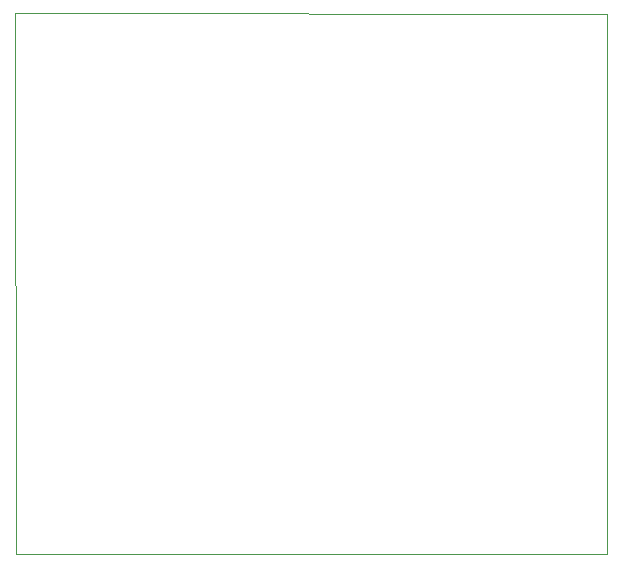
<source format=gm1>
G04 #@! TF.GenerationSoftware,KiCad,Pcbnew,5.1.5*
G04 #@! TF.CreationDate,2020-04-03T22:22:15-06:00*
G04 #@! TF.ProjectId,AD8232,41443832-3332-42e6-9b69-6361645f7063,rev?*
G04 #@! TF.SameCoordinates,Original*
G04 #@! TF.FileFunction,Profile,NP*
%FSLAX46Y46*%
G04 Gerber Fmt 4.6, Leading zero omitted, Abs format (unit mm)*
G04 Created by KiCad (PCBNEW 5.1.5) date 2020-04-03 22:22:15*
%MOMM*%
%LPD*%
G04 APERTURE LIST*
%ADD10C,0.050000*%
G04 APERTURE END LIST*
D10*
X126506516Y-116892850D02*
X176530000Y-116840000D01*
X126410122Y-71105802D02*
X126506516Y-116892850D01*
X176530000Y-71120000D02*
X126410122Y-71105802D01*
X176530000Y-116840000D02*
X176530000Y-71120000D01*
M02*

</source>
